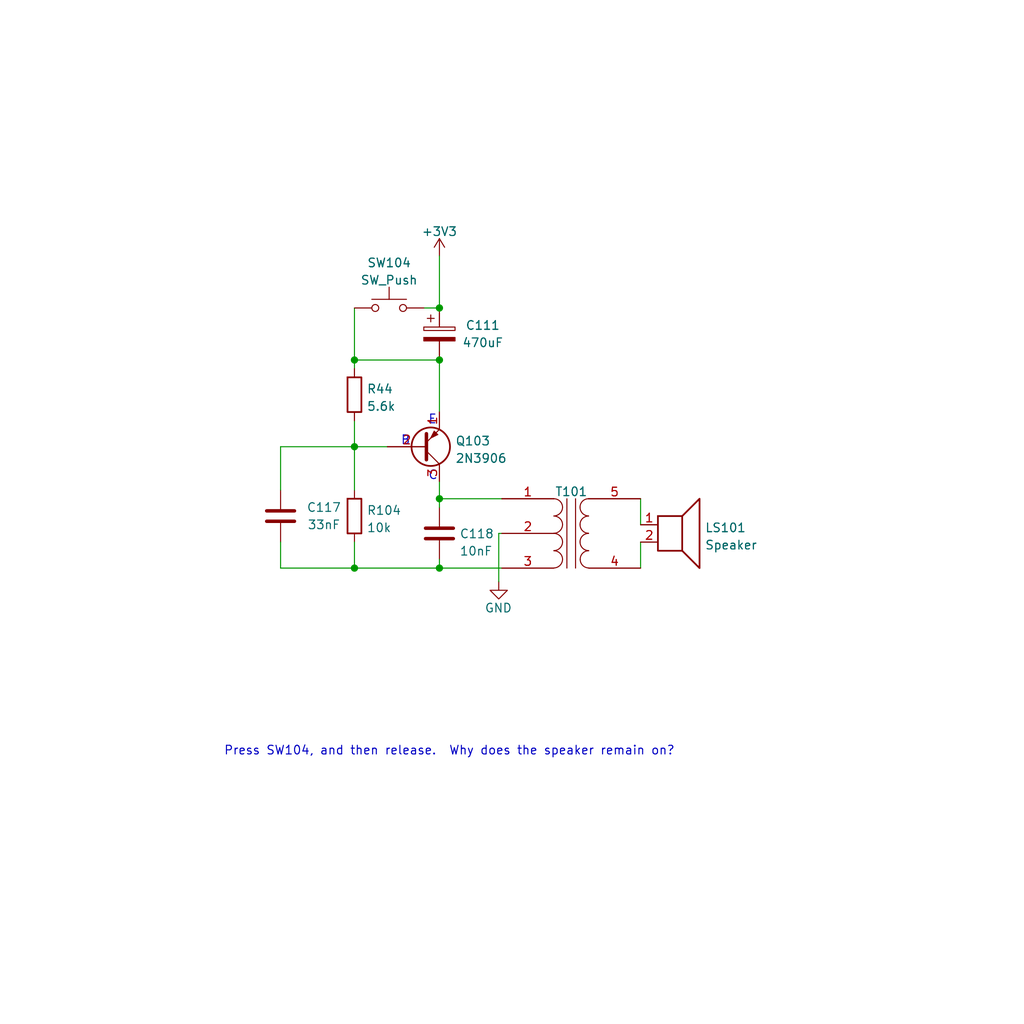
<source format=kicad_sch>
(kicad_sch (version 20211123) (generator eeschema)
  (paper "User" 150.012 150.012)
  (lib_symbols
    (symbol "Device:C" (pin_numbers hide) (pin_names (offset 0.254))
      (property "Reference" "C" (at 0.635 2.54 0))
      (property "Value" "C" (at 0.635 -2.54 0))
      (symbol "C_0_1"
        (polyline (pts (xy -2.032 -0.762) (xy 2.032 -0.762)) (stroke (width 0.508)))
        (polyline (pts (xy -2.032 0.762) (xy 2.032 0.762)) (stroke (width 0.508)))
      )
      (symbol "C_1_1"
        (pin passive line (at 0 3.81 270) (length 2.794) (name "~") (number "1"))
        (pin passive line (at 0 -3.81 90) (length 2.794) (name "~") (number "2"))
      )
    )
    (symbol "Device:C_Polarized" (pin_numbers hide) (pin_names (offset 0.254))
      (property "Reference" "C" (at 0.635 2.54 0))
      (property "Value" "C_Polarized" (at 0.635 -2.54 0))
      (symbol "C_Polarized_0_1"
        (rectangle (start -2.286 0.508) (end 2.286 1.016))
        (polyline (pts (xy -1.778 2.286) (xy -0.762 2.286)))
        (polyline (pts (xy -1.27 2.794) (xy -1.27 1.778)))
        (rectangle (start 2.286 -0.508) (end -2.286 -1.016) (fill (type outline)))
      )
      (symbol "C_Polarized_1_1"
        (pin passive line (at 0 3.81 270) (length 2.794) (name "~") (number "1"))
        (pin passive line (at 0 -3.81 90) (length 2.794) (name "~") (number "2"))
      )
    )
    (symbol "Device:R" (pin_numbers hide) (pin_names (offset 0))
      (property "Reference" "R" (at 2.032 0 90))
      (property "Value" "R" (at 0 0 90))
      (symbol "R_0_1"
        (rectangle (start -1.016 -2.54) (end 1.016 2.54) (stroke (width 0.254)))
      )
      (symbol "R_1_1"
        (pin passive line (at 0 3.81 270) (length 1.27) (name "~") (number "1"))
        (pin passive line (at 0 -3.81 90) (length 1.27) (name "~") (number "2"))
      )
    )
    (symbol "Device:Speaker" (pin_names (offset 0) hide)
      (property "Reference" "LS" (at 1.27 5.715 0))
      (property "Value" "Speaker" (at 1.27 3.81 0))
      (symbol "Speaker_0_0"
        (rectangle (start -2.54 1.27) (end 1.016 -3.81) (stroke (width 0.254)))
        (polyline (pts (xy 1.016 1.27) (xy 3.556 3.81) (xy 3.556 -6.35) (xy 1.016 -3.81)) (stroke (width 0.254)))
      )
      (symbol "Speaker_1_1"
        (pin input line (at -5.08 0 0) (length 2.54) (name "1") (number "1"))
        (pin input line (at -5.08 -2.54 0) (length 2.54) (name "2") (number "2"))
      )
    )
    (symbol "Device:Transformer_SP_1S" (pin_names (offset 1.016) hide)
      (property "Reference" "T" (at 0 6.35 0))
      (property "Value" "Transformer_SP_1S" (at 0 -7.62 0))
      (symbol "Transformer_SP_1S_0_1"
        (arc (start -2.54 -5.0546) (mid -1.6599 -4.6901) (end -1.27 -3.81))
        (arc (start -2.54 -2.5146) (mid -1.6599 -2.1501) (end -1.27 -1.27))
        (arc (start -2.54 0.0254) (mid -1.6599 0.3899) (end -1.27 1.27))
        (arc (start -2.54 2.5654) (mid -1.6599 2.9299) (end -1.27 3.81))
        (arc (start -1.27 -3.81) (mid -1.642 -2.912) (end -2.54 -2.54))
        (arc (start -1.27 -1.27) (mid -1.642 -0.372) (end -2.54 0))
        (arc (start -1.27 1.27) (mid -1.642 2.168) (end -2.54 2.54))
        (arc (start -1.27 3.81) (mid -1.642 4.708) (end -2.54 5.08))
        (polyline (pts (xy -0.635 5.08) (xy -0.635 -5.08)))
        (polyline (pts (xy 0.635 -5.08) (xy 0.635 5.08)))
        (arc (start 1.2954 -1.27) (mid 1.6599 -2.1501) (end 2.54 -2.5146))
        (arc (start 1.2954 1.27) (mid 1.6599 0.3899) (end 2.54 0.0254))
        (arc (start 1.2954 3.81) (mid 1.6599 2.9299) (end 2.54 2.5654))
        (arc (start 1.3208 -3.81) (mid 1.6853 -4.6901) (end 2.5654 -5.0546))
        (arc (start 2.54 0) (mid 1.642 -0.372) (end 1.2954 -1.27))
        (arc (start 2.54 2.54) (mid 1.642 2.168) (end 1.2954 1.27))
        (arc (start 2.54 5.08) (mid 1.642 4.708) (end 1.2954 3.81))
        (arc (start 2.5654 -2.54) (mid 1.6674 -2.912) (end 1.3208 -3.81))
      )
      (symbol "Transformer_SP_1S_1_1"
        (pin passive line (at -10.16 5.08 0) (length 7.62) (name "PR1") (number "1"))
        (pin passive line (at -10.16 0 0) (length 7.62) (name "PM") (number "2"))
        (pin passive line (at -10.16 -5.08 0) (length 7.62) (name "PR2") (number "3"))
        (pin passive line (at 10.16 -5.08 180) (length 7.62) (name "S1") (number "4"))
        (pin passive line (at 10.16 5.08 180) (length 7.62) (name "S2") (number "5"))
      )
    )
    (symbol "Switch:SW_Push" (pin_numbers hide) (pin_names (offset 1.016) hide)
      (property "Reference" "SW" (at 1.27 2.54 0))
      (property "Value" "SW_Push" (at 0 -1.524 0))
      (symbol "SW_Push_0_1"
        (circle (center -2.032 0) (radius 0.508))
        (polyline (pts (xy 0 1.27) (xy 0 3.048)))
        (polyline (pts (xy 2.54 1.27) (xy -2.54 1.27)))
        (circle (center 2.032 0) (radius 0.508))
        (pin passive line (at -5.08 0 0) (length 2.54) (name "1") (number "1"))
        (pin passive line (at 5.08 0 180) (length 2.54) (name "2") (number "2"))
      )
    )
    (symbol "Transistor_BJT:2N3906" (pin_names (offset 0) hide)
      (property "Reference" "Q" (at 5.08 1.905 0))
      (property "Value" "2N3906" (at 5.08 0 0))
      (symbol "2N3906_0_1"
        (polyline (pts (xy 0.635 0.635) (xy 2.54 2.54)))
        (polyline (pts (xy 0.635 -0.635) (xy 2.54 -2.54) (xy 2.54 -2.54)))
        (polyline (pts (xy 0.635 1.905) (xy 0.635 -1.905) (xy 0.635 -1.905)) (stroke (width 0.508)))
        (polyline (pts (xy 2.286 -1.778) (xy 1.778 -2.286) (xy 1.27 -1.27) (xy 2.286 -1.778) (xy 2.286 -1.778)) (fill (type outline)))
        (circle (center 1.27 0) (radius 2.8194) (stroke (width 0.254)))
      )
      (symbol "2N3906_1_1"
        (pin passive line (at 2.54 -5.08 90) (length 2.54) (name "E") (number "1"))
        (pin input line (at -5.08 0 0) (length 5.715) (name "B") (number "2"))
        (pin passive line (at 2.54 5.08 270) (length 2.54) (name "C") (number "3"))
      )
    )
    (symbol "power:+3V3" (power) (pin_names (offset 0))
      (property "Value" "+3V3" (at 0 3.556 0))
      (symbol "+3V3_0_1"
        (polyline (pts (xy -0.762 1.27) (xy 0 2.54)))
        (polyline (pts (xy 0 0) (xy 0 2.54)))
        (polyline (pts (xy 0 2.54) (xy 0.762 1.27)))
      )
      (symbol "+3V3_1_1"
        (pin power_in line (at 0 0 90) (length 0) hide (name "+3V3") (number "1"))
      )
    )
    (symbol "power:GND" (power) (pin_names (offset 0))
      (property "Value" "GND" (at 0 -3.81 0))
      (symbol "GND_0_1"
        (polyline (pts (xy 0 0) (xy 0 -1.27) (xy 1.27 -1.27) (xy 0 -2.54) (xy -1.27 -1.27) (xy 0 -1.27)))
      )
      (symbol "GND_1_1"
        (pin power_in line (at 0 0 270) (length 0) hide (name "GND") (number "1"))
      )
    )
  )
  (junction (at 51.9176 83.2104))
  (junction (at 64.3636 83.2104))
  (junction (at 64.3636 52.7304))
  (junction (at 64.3636 45.1104))
  (junction (at 51.9176 52.7304))
  (junction (at 64.3636 73.0504))
  (junction (at 51.9176 65.4304))
  (wire (pts (xy 73.0504 78.1304) (xy 73.5076 78.1304)))
  (wire (pts (xy 41.0972 83.2104) (xy 51.9176 83.2104)))
  (wire (pts (xy 51.9176 65.4304) (xy 51.9176 71.7804)))
  (wire (pts (xy 64.3636 83.2104) (xy 64.3636 81.9404)))
  (wire (pts (xy 41.0972 79.4004) (xy 41.0972 83.2104)))
  (wire (pts (xy 73.0504 85.1916) (xy 73.0504 78.1304)))
  (wire (pts (xy 51.9176 52.7304) (xy 51.9176 54.0004)))
  (wire (pts (xy 93.8276 79.4004) (xy 93.8276 83.2104)))
  (wire (pts (xy 51.9176 52.7304) (xy 64.3636 52.7304)))
  (wire (pts (xy 64.3636 37.4904) (xy 64.3636 45.1104)))
  (wire (pts (xy 51.9176 65.4304) (xy 56.7436 65.4304)))
  (wire (pts (xy 93.8276 73.0504) (xy 93.8276 76.8604)))
  (wire (pts (xy 62.0776 45.1104) (xy 64.3636 45.1104)))
  (wire (pts (xy 64.3636 73.0504) (xy 64.3636 74.3204)))
  (wire (pts (xy 51.9176 79.4004) (xy 51.9176 83.2104)))
  (wire (pts (xy 64.3636 70.5104) (xy 64.3636 73.0504)))
  (wire (pts (xy 51.9176 61.6204) (xy 51.9176 65.4304)))
  (wire (pts (xy 41.0972 71.7804) (xy 41.0972 65.4304)))
  (wire (pts (xy 41.0972 65.4304) (xy 51.9176 65.4304)))
  (wire (pts (xy 73.5076 73.0504) (xy 64.3636 73.0504)))
  (wire (pts (xy 64.3636 52.7304) (xy 64.3636 60.3504)))
  (wire (pts (xy 51.9176 83.2104) (xy 64.3636 83.2104)))
  (wire (pts (xy 73.5076 83.2104) (xy 64.3636 83.2104)))
  (wire (pts (xy 51.9176 45.1104) (xy 51.9176 52.7304)))
  (text "B" (at 58.674 65.3796 0) (effects (font (size 1.27 1.27)) (justify left bottom)))
  (text "E" (at 62.6872 62.3316 0) (effects (font (size 1.27 1.27)) (justify left bottom)))
  (text "C" (at 62.6872 70.5104 0) (effects (font (size 1.27 1.27)) (justify left bottom)))
  (text "Press SW104, and then release.  Why does the speaker remain on?" (at 32.766 110.8456 0) (effects (font (size 1.27 1.27)) (justify left bottom)))
  (symbol (lib_id "Device:Transformer_SP_1S") (at 83.6676 78.1304 0) (unit 1)
    (property "Reference" "T101" (at 83.6803 72.0144 0))
    (property "Value" "Transformer_SP_1S" (effects hide))
  )
  (symbol (lib_id "Device:Speaker") (at 98.9076 76.8604 0) (unit 1)
    (property "Reference" "LS101" (at 103.2256 77.2957 0) (effects (justify left)))
    (property "Value" "Speaker" (at 103.2256 79.8326 0) (effects (justify left)))
  )
  (symbol (lib_id "Device:C") (at 64.3636 78.1304 180) (unit 1)
    (property "Reference" "C118" (at 67.2846 78.1847 0) (effects (justify right)))
    (property "Value" "10nF" (at 67.2846 80.7216 0) (effects (justify right)))
  )
  (symbol (lib_id "Transistor_BJT:2N3906") (at 61.8236 65.4304 0) (mirror x) (unit 1)
    (property "Reference" "Q103" (at 66.675 64.5957 0) (effects (justify left)))
    (property "Value" "2N3906" (at 66.675 67.1326 0) (effects (justify left)))
    (property "Footprint" "Package_TO_SOT_THT:TO-92_Inline" (effects hide))
    (property "Datasheet" "https://www.onsemi.com/pub/Collateral/2N3906-D.PDF" (effects hide))
  )
  (symbol (lib_id "Device:C_Polarized") (at 64.3636 48.9204 0) (unit 1)
    (property "Reference" "C111" (at 70.7136 47.6535 0))
    (property "Value" "470uF" (at 70.7136 50.1904 0))
  )
  (symbol (lib_id "Device:R") (at 51.9176 57.8104 180) (unit 1)
    (property "Reference" "R44" (at 53.6956 56.9757 0) (effects (justify right)))
    (property "Value" "5.6k" (at 53.6956 59.5126 0) (effects (justify right)))
  )
  (symbol (lib_id "Switch:SW_Push") (at 56.9976 45.1104 0) (unit 1)
    (property "Reference" "SW104" (at 56.9976 38.4896 0))
    (property "Value" "SW_Push" (at 56.9976 41.0265 0))
  )
  (symbol (lib_id "Device:R") (at 51.9176 75.5904 180) (unit 1)
    (property "Reference" "R104" (at 53.6956 74.7557 0) (effects (justify right)))
    (property "Value" "10k" (at 53.6956 77.2926 0) (effects (justify right)))
  )
  (symbol (lib_id "Device:C") (at 41.0972 75.5904 0) (mirror y) (unit 1)
    (property "Reference" "C117" (at 47.4472 74.3204 0))
    (property "Value" "33nF" (at 47.4472 76.8573 0))
  )
  (symbol (lib_id "power:+3V3") (at 64.3636 37.4904 0) (unit 1)
    (property "Reference" "#PWR?" (effects hide))
    (property "Value" "+3V3" (at 64.3636 33.9146 0))
  )
  (symbol (lib_id "power:GND") (at 73.0504 85.1916 0) (unit 1)
    (property "Reference" "#PWR052" (effects hide))
    (property "Value" "GND" (at 72.9996 89.0524 0))
  )
)
</source>
